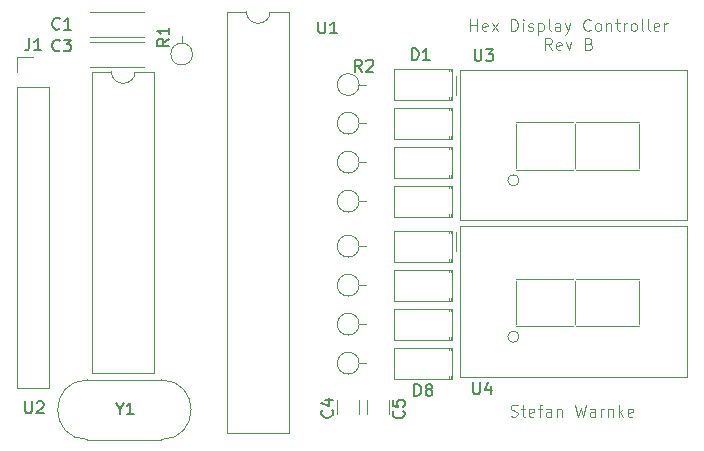
<source format=gbr>
%TF.GenerationSoftware,KiCad,Pcbnew,9.0.0*%
%TF.CreationDate,2025-06-26T09:06:52-07:00*%
%TF.ProjectId,HexDisplay,48657844-6973-4706-9c61-792e6b696361,A*%
%TF.SameCoordinates,Original*%
%TF.FileFunction,Legend,Top*%
%TF.FilePolarity,Positive*%
%FSLAX46Y46*%
G04 Gerber Fmt 4.6, Leading zero omitted, Abs format (unit mm)*
G04 Created by KiCad (PCBNEW 9.0.0) date 2025-06-26 09:06:52*
%MOMM*%
%LPD*%
G01*
G04 APERTURE LIST*
%ADD10C,0.100000*%
%ADD11C,0.150000*%
%ADD12C,0.120000*%
G04 APERTURE END LIST*
D10*
X116639065Y-80063400D02*
X116781922Y-80111019D01*
X116781922Y-80111019D02*
X117020017Y-80111019D01*
X117020017Y-80111019D02*
X117115255Y-80063400D01*
X117115255Y-80063400D02*
X117162874Y-80015780D01*
X117162874Y-80015780D02*
X117210493Y-79920542D01*
X117210493Y-79920542D02*
X117210493Y-79825304D01*
X117210493Y-79825304D02*
X117162874Y-79730066D01*
X117162874Y-79730066D02*
X117115255Y-79682447D01*
X117115255Y-79682447D02*
X117020017Y-79634828D01*
X117020017Y-79634828D02*
X116829541Y-79587209D01*
X116829541Y-79587209D02*
X116734303Y-79539590D01*
X116734303Y-79539590D02*
X116686684Y-79491971D01*
X116686684Y-79491971D02*
X116639065Y-79396733D01*
X116639065Y-79396733D02*
X116639065Y-79301495D01*
X116639065Y-79301495D02*
X116686684Y-79206257D01*
X116686684Y-79206257D02*
X116734303Y-79158638D01*
X116734303Y-79158638D02*
X116829541Y-79111019D01*
X116829541Y-79111019D02*
X117067636Y-79111019D01*
X117067636Y-79111019D02*
X117210493Y-79158638D01*
X117496208Y-79444352D02*
X117877160Y-79444352D01*
X117639065Y-79111019D02*
X117639065Y-79968161D01*
X117639065Y-79968161D02*
X117686684Y-80063400D01*
X117686684Y-80063400D02*
X117781922Y-80111019D01*
X117781922Y-80111019D02*
X117877160Y-80111019D01*
X118591446Y-80063400D02*
X118496208Y-80111019D01*
X118496208Y-80111019D02*
X118305732Y-80111019D01*
X118305732Y-80111019D02*
X118210494Y-80063400D01*
X118210494Y-80063400D02*
X118162875Y-79968161D01*
X118162875Y-79968161D02*
X118162875Y-79587209D01*
X118162875Y-79587209D02*
X118210494Y-79491971D01*
X118210494Y-79491971D02*
X118305732Y-79444352D01*
X118305732Y-79444352D02*
X118496208Y-79444352D01*
X118496208Y-79444352D02*
X118591446Y-79491971D01*
X118591446Y-79491971D02*
X118639065Y-79587209D01*
X118639065Y-79587209D02*
X118639065Y-79682447D01*
X118639065Y-79682447D02*
X118162875Y-79777685D01*
X118924780Y-79444352D02*
X119305732Y-79444352D01*
X119067637Y-80111019D02*
X119067637Y-79253876D01*
X119067637Y-79253876D02*
X119115256Y-79158638D01*
X119115256Y-79158638D02*
X119210494Y-79111019D01*
X119210494Y-79111019D02*
X119305732Y-79111019D01*
X120067637Y-80111019D02*
X120067637Y-79587209D01*
X120067637Y-79587209D02*
X120020018Y-79491971D01*
X120020018Y-79491971D02*
X119924780Y-79444352D01*
X119924780Y-79444352D02*
X119734304Y-79444352D01*
X119734304Y-79444352D02*
X119639066Y-79491971D01*
X120067637Y-80063400D02*
X119972399Y-80111019D01*
X119972399Y-80111019D02*
X119734304Y-80111019D01*
X119734304Y-80111019D02*
X119639066Y-80063400D01*
X119639066Y-80063400D02*
X119591447Y-79968161D01*
X119591447Y-79968161D02*
X119591447Y-79872923D01*
X119591447Y-79872923D02*
X119639066Y-79777685D01*
X119639066Y-79777685D02*
X119734304Y-79730066D01*
X119734304Y-79730066D02*
X119972399Y-79730066D01*
X119972399Y-79730066D02*
X120067637Y-79682447D01*
X120543828Y-79444352D02*
X120543828Y-80111019D01*
X120543828Y-79539590D02*
X120591447Y-79491971D01*
X120591447Y-79491971D02*
X120686685Y-79444352D01*
X120686685Y-79444352D02*
X120829542Y-79444352D01*
X120829542Y-79444352D02*
X120924780Y-79491971D01*
X120924780Y-79491971D02*
X120972399Y-79587209D01*
X120972399Y-79587209D02*
X120972399Y-80111019D01*
X122115257Y-79111019D02*
X122353352Y-80111019D01*
X122353352Y-80111019D02*
X122543828Y-79396733D01*
X122543828Y-79396733D02*
X122734304Y-80111019D01*
X122734304Y-80111019D02*
X122972400Y-79111019D01*
X123781923Y-80111019D02*
X123781923Y-79587209D01*
X123781923Y-79587209D02*
X123734304Y-79491971D01*
X123734304Y-79491971D02*
X123639066Y-79444352D01*
X123639066Y-79444352D02*
X123448590Y-79444352D01*
X123448590Y-79444352D02*
X123353352Y-79491971D01*
X123781923Y-80063400D02*
X123686685Y-80111019D01*
X123686685Y-80111019D02*
X123448590Y-80111019D01*
X123448590Y-80111019D02*
X123353352Y-80063400D01*
X123353352Y-80063400D02*
X123305733Y-79968161D01*
X123305733Y-79968161D02*
X123305733Y-79872923D01*
X123305733Y-79872923D02*
X123353352Y-79777685D01*
X123353352Y-79777685D02*
X123448590Y-79730066D01*
X123448590Y-79730066D02*
X123686685Y-79730066D01*
X123686685Y-79730066D02*
X123781923Y-79682447D01*
X124258114Y-80111019D02*
X124258114Y-79444352D01*
X124258114Y-79634828D02*
X124305733Y-79539590D01*
X124305733Y-79539590D02*
X124353352Y-79491971D01*
X124353352Y-79491971D02*
X124448590Y-79444352D01*
X124448590Y-79444352D02*
X124543828Y-79444352D01*
X124877162Y-79444352D02*
X124877162Y-80111019D01*
X124877162Y-79539590D02*
X124924781Y-79491971D01*
X124924781Y-79491971D02*
X125020019Y-79444352D01*
X125020019Y-79444352D02*
X125162876Y-79444352D01*
X125162876Y-79444352D02*
X125258114Y-79491971D01*
X125258114Y-79491971D02*
X125305733Y-79587209D01*
X125305733Y-79587209D02*
X125305733Y-80111019D01*
X125781924Y-80111019D02*
X125781924Y-79111019D01*
X125877162Y-79730066D02*
X126162876Y-80111019D01*
X126162876Y-79444352D02*
X125781924Y-79825304D01*
X126972400Y-80063400D02*
X126877162Y-80111019D01*
X126877162Y-80111019D02*
X126686686Y-80111019D01*
X126686686Y-80111019D02*
X126591448Y-80063400D01*
X126591448Y-80063400D02*
X126543829Y-79968161D01*
X126543829Y-79968161D02*
X126543829Y-79587209D01*
X126543829Y-79587209D02*
X126591448Y-79491971D01*
X126591448Y-79491971D02*
X126686686Y-79444352D01*
X126686686Y-79444352D02*
X126877162Y-79444352D01*
X126877162Y-79444352D02*
X126972400Y-79491971D01*
X126972400Y-79491971D02*
X127020019Y-79587209D01*
X127020019Y-79587209D02*
X127020019Y-79682447D01*
X127020019Y-79682447D02*
X126543829Y-79777685D01*
X113202484Y-47462275D02*
X113202484Y-46462275D01*
X113202484Y-46938465D02*
X113773912Y-46938465D01*
X113773912Y-47462275D02*
X113773912Y-46462275D01*
X114631055Y-47414656D02*
X114535817Y-47462275D01*
X114535817Y-47462275D02*
X114345341Y-47462275D01*
X114345341Y-47462275D02*
X114250103Y-47414656D01*
X114250103Y-47414656D02*
X114202484Y-47319417D01*
X114202484Y-47319417D02*
X114202484Y-46938465D01*
X114202484Y-46938465D02*
X114250103Y-46843227D01*
X114250103Y-46843227D02*
X114345341Y-46795608D01*
X114345341Y-46795608D02*
X114535817Y-46795608D01*
X114535817Y-46795608D02*
X114631055Y-46843227D01*
X114631055Y-46843227D02*
X114678674Y-46938465D01*
X114678674Y-46938465D02*
X114678674Y-47033703D01*
X114678674Y-47033703D02*
X114202484Y-47128941D01*
X115012008Y-47462275D02*
X115535817Y-46795608D01*
X115012008Y-46795608D02*
X115535817Y-47462275D01*
X116678675Y-47462275D02*
X116678675Y-46462275D01*
X116678675Y-46462275D02*
X116916770Y-46462275D01*
X116916770Y-46462275D02*
X117059627Y-46509894D01*
X117059627Y-46509894D02*
X117154865Y-46605132D01*
X117154865Y-46605132D02*
X117202484Y-46700370D01*
X117202484Y-46700370D02*
X117250103Y-46890846D01*
X117250103Y-46890846D02*
X117250103Y-47033703D01*
X117250103Y-47033703D02*
X117202484Y-47224179D01*
X117202484Y-47224179D02*
X117154865Y-47319417D01*
X117154865Y-47319417D02*
X117059627Y-47414656D01*
X117059627Y-47414656D02*
X116916770Y-47462275D01*
X116916770Y-47462275D02*
X116678675Y-47462275D01*
X117678675Y-47462275D02*
X117678675Y-46795608D01*
X117678675Y-46462275D02*
X117631056Y-46509894D01*
X117631056Y-46509894D02*
X117678675Y-46557513D01*
X117678675Y-46557513D02*
X117726294Y-46509894D01*
X117726294Y-46509894D02*
X117678675Y-46462275D01*
X117678675Y-46462275D02*
X117678675Y-46557513D01*
X118107246Y-47414656D02*
X118202484Y-47462275D01*
X118202484Y-47462275D02*
X118392960Y-47462275D01*
X118392960Y-47462275D02*
X118488198Y-47414656D01*
X118488198Y-47414656D02*
X118535817Y-47319417D01*
X118535817Y-47319417D02*
X118535817Y-47271798D01*
X118535817Y-47271798D02*
X118488198Y-47176560D01*
X118488198Y-47176560D02*
X118392960Y-47128941D01*
X118392960Y-47128941D02*
X118250103Y-47128941D01*
X118250103Y-47128941D02*
X118154865Y-47081322D01*
X118154865Y-47081322D02*
X118107246Y-46986084D01*
X118107246Y-46986084D02*
X118107246Y-46938465D01*
X118107246Y-46938465D02*
X118154865Y-46843227D01*
X118154865Y-46843227D02*
X118250103Y-46795608D01*
X118250103Y-46795608D02*
X118392960Y-46795608D01*
X118392960Y-46795608D02*
X118488198Y-46843227D01*
X118964389Y-46795608D02*
X118964389Y-47795608D01*
X118964389Y-46843227D02*
X119059627Y-46795608D01*
X119059627Y-46795608D02*
X119250103Y-46795608D01*
X119250103Y-46795608D02*
X119345341Y-46843227D01*
X119345341Y-46843227D02*
X119392960Y-46890846D01*
X119392960Y-46890846D02*
X119440579Y-46986084D01*
X119440579Y-46986084D02*
X119440579Y-47271798D01*
X119440579Y-47271798D02*
X119392960Y-47367036D01*
X119392960Y-47367036D02*
X119345341Y-47414656D01*
X119345341Y-47414656D02*
X119250103Y-47462275D01*
X119250103Y-47462275D02*
X119059627Y-47462275D01*
X119059627Y-47462275D02*
X118964389Y-47414656D01*
X120012008Y-47462275D02*
X119916770Y-47414656D01*
X119916770Y-47414656D02*
X119869151Y-47319417D01*
X119869151Y-47319417D02*
X119869151Y-46462275D01*
X120821532Y-47462275D02*
X120821532Y-46938465D01*
X120821532Y-46938465D02*
X120773913Y-46843227D01*
X120773913Y-46843227D02*
X120678675Y-46795608D01*
X120678675Y-46795608D02*
X120488199Y-46795608D01*
X120488199Y-46795608D02*
X120392961Y-46843227D01*
X120821532Y-47414656D02*
X120726294Y-47462275D01*
X120726294Y-47462275D02*
X120488199Y-47462275D01*
X120488199Y-47462275D02*
X120392961Y-47414656D01*
X120392961Y-47414656D02*
X120345342Y-47319417D01*
X120345342Y-47319417D02*
X120345342Y-47224179D01*
X120345342Y-47224179D02*
X120392961Y-47128941D01*
X120392961Y-47128941D02*
X120488199Y-47081322D01*
X120488199Y-47081322D02*
X120726294Y-47081322D01*
X120726294Y-47081322D02*
X120821532Y-47033703D01*
X121202485Y-46795608D02*
X121440580Y-47462275D01*
X121678675Y-46795608D02*
X121440580Y-47462275D01*
X121440580Y-47462275D02*
X121345342Y-47700370D01*
X121345342Y-47700370D02*
X121297723Y-47747989D01*
X121297723Y-47747989D02*
X121202485Y-47795608D01*
X123392961Y-47367036D02*
X123345342Y-47414656D01*
X123345342Y-47414656D02*
X123202485Y-47462275D01*
X123202485Y-47462275D02*
X123107247Y-47462275D01*
X123107247Y-47462275D02*
X122964390Y-47414656D01*
X122964390Y-47414656D02*
X122869152Y-47319417D01*
X122869152Y-47319417D02*
X122821533Y-47224179D01*
X122821533Y-47224179D02*
X122773914Y-47033703D01*
X122773914Y-47033703D02*
X122773914Y-46890846D01*
X122773914Y-46890846D02*
X122821533Y-46700370D01*
X122821533Y-46700370D02*
X122869152Y-46605132D01*
X122869152Y-46605132D02*
X122964390Y-46509894D01*
X122964390Y-46509894D02*
X123107247Y-46462275D01*
X123107247Y-46462275D02*
X123202485Y-46462275D01*
X123202485Y-46462275D02*
X123345342Y-46509894D01*
X123345342Y-46509894D02*
X123392961Y-46557513D01*
X123964390Y-47462275D02*
X123869152Y-47414656D01*
X123869152Y-47414656D02*
X123821533Y-47367036D01*
X123821533Y-47367036D02*
X123773914Y-47271798D01*
X123773914Y-47271798D02*
X123773914Y-46986084D01*
X123773914Y-46986084D02*
X123821533Y-46890846D01*
X123821533Y-46890846D02*
X123869152Y-46843227D01*
X123869152Y-46843227D02*
X123964390Y-46795608D01*
X123964390Y-46795608D02*
X124107247Y-46795608D01*
X124107247Y-46795608D02*
X124202485Y-46843227D01*
X124202485Y-46843227D02*
X124250104Y-46890846D01*
X124250104Y-46890846D02*
X124297723Y-46986084D01*
X124297723Y-46986084D02*
X124297723Y-47271798D01*
X124297723Y-47271798D02*
X124250104Y-47367036D01*
X124250104Y-47367036D02*
X124202485Y-47414656D01*
X124202485Y-47414656D02*
X124107247Y-47462275D01*
X124107247Y-47462275D02*
X123964390Y-47462275D01*
X124726295Y-46795608D02*
X124726295Y-47462275D01*
X124726295Y-46890846D02*
X124773914Y-46843227D01*
X124773914Y-46843227D02*
X124869152Y-46795608D01*
X124869152Y-46795608D02*
X125012009Y-46795608D01*
X125012009Y-46795608D02*
X125107247Y-46843227D01*
X125107247Y-46843227D02*
X125154866Y-46938465D01*
X125154866Y-46938465D02*
X125154866Y-47462275D01*
X125488200Y-46795608D02*
X125869152Y-46795608D01*
X125631057Y-46462275D02*
X125631057Y-47319417D01*
X125631057Y-47319417D02*
X125678676Y-47414656D01*
X125678676Y-47414656D02*
X125773914Y-47462275D01*
X125773914Y-47462275D02*
X125869152Y-47462275D01*
X126202486Y-47462275D02*
X126202486Y-46795608D01*
X126202486Y-46986084D02*
X126250105Y-46890846D01*
X126250105Y-46890846D02*
X126297724Y-46843227D01*
X126297724Y-46843227D02*
X126392962Y-46795608D01*
X126392962Y-46795608D02*
X126488200Y-46795608D01*
X126964391Y-47462275D02*
X126869153Y-47414656D01*
X126869153Y-47414656D02*
X126821534Y-47367036D01*
X126821534Y-47367036D02*
X126773915Y-47271798D01*
X126773915Y-47271798D02*
X126773915Y-46986084D01*
X126773915Y-46986084D02*
X126821534Y-46890846D01*
X126821534Y-46890846D02*
X126869153Y-46843227D01*
X126869153Y-46843227D02*
X126964391Y-46795608D01*
X126964391Y-46795608D02*
X127107248Y-46795608D01*
X127107248Y-46795608D02*
X127202486Y-46843227D01*
X127202486Y-46843227D02*
X127250105Y-46890846D01*
X127250105Y-46890846D02*
X127297724Y-46986084D01*
X127297724Y-46986084D02*
X127297724Y-47271798D01*
X127297724Y-47271798D02*
X127250105Y-47367036D01*
X127250105Y-47367036D02*
X127202486Y-47414656D01*
X127202486Y-47414656D02*
X127107248Y-47462275D01*
X127107248Y-47462275D02*
X126964391Y-47462275D01*
X127869153Y-47462275D02*
X127773915Y-47414656D01*
X127773915Y-47414656D02*
X127726296Y-47319417D01*
X127726296Y-47319417D02*
X127726296Y-46462275D01*
X128392963Y-47462275D02*
X128297725Y-47414656D01*
X128297725Y-47414656D02*
X128250106Y-47319417D01*
X128250106Y-47319417D02*
X128250106Y-46462275D01*
X129154868Y-47414656D02*
X129059630Y-47462275D01*
X129059630Y-47462275D02*
X128869154Y-47462275D01*
X128869154Y-47462275D02*
X128773916Y-47414656D01*
X128773916Y-47414656D02*
X128726297Y-47319417D01*
X128726297Y-47319417D02*
X128726297Y-46938465D01*
X128726297Y-46938465D02*
X128773916Y-46843227D01*
X128773916Y-46843227D02*
X128869154Y-46795608D01*
X128869154Y-46795608D02*
X129059630Y-46795608D01*
X129059630Y-46795608D02*
X129154868Y-46843227D01*
X129154868Y-46843227D02*
X129202487Y-46938465D01*
X129202487Y-46938465D02*
X129202487Y-47033703D01*
X129202487Y-47033703D02*
X128726297Y-47128941D01*
X129631059Y-47462275D02*
X129631059Y-46795608D01*
X129631059Y-46986084D02*
X129678678Y-46890846D01*
X129678678Y-46890846D02*
X129726297Y-46843227D01*
X129726297Y-46843227D02*
X129821535Y-46795608D01*
X129821535Y-46795608D02*
X129916773Y-46795608D01*
X120107247Y-49072219D02*
X119773914Y-48596028D01*
X119535819Y-49072219D02*
X119535819Y-48072219D01*
X119535819Y-48072219D02*
X119916771Y-48072219D01*
X119916771Y-48072219D02*
X120012009Y-48119838D01*
X120012009Y-48119838D02*
X120059628Y-48167457D01*
X120059628Y-48167457D02*
X120107247Y-48262695D01*
X120107247Y-48262695D02*
X120107247Y-48405552D01*
X120107247Y-48405552D02*
X120059628Y-48500790D01*
X120059628Y-48500790D02*
X120012009Y-48548409D01*
X120012009Y-48548409D02*
X119916771Y-48596028D01*
X119916771Y-48596028D02*
X119535819Y-48596028D01*
X120916771Y-49024600D02*
X120821533Y-49072219D01*
X120821533Y-49072219D02*
X120631057Y-49072219D01*
X120631057Y-49072219D02*
X120535819Y-49024600D01*
X120535819Y-49024600D02*
X120488200Y-48929361D01*
X120488200Y-48929361D02*
X120488200Y-48548409D01*
X120488200Y-48548409D02*
X120535819Y-48453171D01*
X120535819Y-48453171D02*
X120631057Y-48405552D01*
X120631057Y-48405552D02*
X120821533Y-48405552D01*
X120821533Y-48405552D02*
X120916771Y-48453171D01*
X120916771Y-48453171D02*
X120964390Y-48548409D01*
X120964390Y-48548409D02*
X120964390Y-48643647D01*
X120964390Y-48643647D02*
X120488200Y-48738885D01*
X121297724Y-48405552D02*
X121535819Y-49072219D01*
X121535819Y-49072219D02*
X121773914Y-48405552D01*
X123250105Y-48548409D02*
X123392962Y-48596028D01*
X123392962Y-48596028D02*
X123440581Y-48643647D01*
X123440581Y-48643647D02*
X123488200Y-48738885D01*
X123488200Y-48738885D02*
X123488200Y-48881742D01*
X123488200Y-48881742D02*
X123440581Y-48976980D01*
X123440581Y-48976980D02*
X123392962Y-49024600D01*
X123392962Y-49024600D02*
X123297724Y-49072219D01*
X123297724Y-49072219D02*
X122916772Y-49072219D01*
X122916772Y-49072219D02*
X122916772Y-48072219D01*
X122916772Y-48072219D02*
X123250105Y-48072219D01*
X123250105Y-48072219D02*
X123345343Y-48119838D01*
X123345343Y-48119838D02*
X123392962Y-48167457D01*
X123392962Y-48167457D02*
X123440581Y-48262695D01*
X123440581Y-48262695D02*
X123440581Y-48357933D01*
X123440581Y-48357933D02*
X123392962Y-48453171D01*
X123392962Y-48453171D02*
X123345343Y-48500790D01*
X123345343Y-48500790D02*
X123250105Y-48548409D01*
X123250105Y-48548409D02*
X122916772Y-48548409D01*
D11*
X100355495Y-46673419D02*
X100355495Y-47482942D01*
X100355495Y-47482942D02*
X100403114Y-47578180D01*
X100403114Y-47578180D02*
X100450733Y-47625800D01*
X100450733Y-47625800D02*
X100545971Y-47673419D01*
X100545971Y-47673419D02*
X100736447Y-47673419D01*
X100736447Y-47673419D02*
X100831685Y-47625800D01*
X100831685Y-47625800D02*
X100879304Y-47578180D01*
X100879304Y-47578180D02*
X100926923Y-47482942D01*
X100926923Y-47482942D02*
X100926923Y-46673419D01*
X101926923Y-47673419D02*
X101355495Y-47673419D01*
X101641209Y-47673419D02*
X101641209Y-46673419D01*
X101641209Y-46673419D02*
X101545971Y-46816276D01*
X101545971Y-46816276D02*
X101450733Y-46911514D01*
X101450733Y-46911514D02*
X101355495Y-46959133D01*
X108253305Y-49934019D02*
X108253305Y-48934019D01*
X108253305Y-48934019D02*
X108491400Y-48934019D01*
X108491400Y-48934019D02*
X108634257Y-48981638D01*
X108634257Y-48981638D02*
X108729495Y-49076876D01*
X108729495Y-49076876D02*
X108777114Y-49172114D01*
X108777114Y-49172114D02*
X108824733Y-49362590D01*
X108824733Y-49362590D02*
X108824733Y-49505447D01*
X108824733Y-49505447D02*
X108777114Y-49695923D01*
X108777114Y-49695923D02*
X108729495Y-49791161D01*
X108729495Y-49791161D02*
X108634257Y-49886400D01*
X108634257Y-49886400D02*
X108491400Y-49934019D01*
X108491400Y-49934019D02*
X108253305Y-49934019D01*
X109777114Y-49934019D02*
X109205686Y-49934019D01*
X109491400Y-49934019D02*
X109491400Y-48934019D01*
X109491400Y-48934019D02*
X109396162Y-49076876D01*
X109396162Y-49076876D02*
X109300924Y-49172114D01*
X109300924Y-49172114D02*
X109205686Y-49219733D01*
X78446333Y-49102180D02*
X78398714Y-49149800D01*
X78398714Y-49149800D02*
X78255857Y-49197419D01*
X78255857Y-49197419D02*
X78160619Y-49197419D01*
X78160619Y-49197419D02*
X78017762Y-49149800D01*
X78017762Y-49149800D02*
X77922524Y-49054561D01*
X77922524Y-49054561D02*
X77874905Y-48959323D01*
X77874905Y-48959323D02*
X77827286Y-48768847D01*
X77827286Y-48768847D02*
X77827286Y-48625990D01*
X77827286Y-48625990D02*
X77874905Y-48435514D01*
X77874905Y-48435514D02*
X77922524Y-48340276D01*
X77922524Y-48340276D02*
X78017762Y-48245038D01*
X78017762Y-48245038D02*
X78160619Y-48197419D01*
X78160619Y-48197419D02*
X78255857Y-48197419D01*
X78255857Y-48197419D02*
X78398714Y-48245038D01*
X78398714Y-48245038D02*
X78446333Y-48292657D01*
X78779667Y-48197419D02*
X79398714Y-48197419D01*
X79398714Y-48197419D02*
X79065381Y-48578371D01*
X79065381Y-48578371D02*
X79208238Y-48578371D01*
X79208238Y-48578371D02*
X79303476Y-48625990D01*
X79303476Y-48625990D02*
X79351095Y-48673609D01*
X79351095Y-48673609D02*
X79398714Y-48768847D01*
X79398714Y-48768847D02*
X79398714Y-49006942D01*
X79398714Y-49006942D02*
X79351095Y-49102180D01*
X79351095Y-49102180D02*
X79303476Y-49149800D01*
X79303476Y-49149800D02*
X79208238Y-49197419D01*
X79208238Y-49197419D02*
X78922524Y-49197419D01*
X78922524Y-49197419D02*
X78827286Y-49149800D01*
X78827286Y-49149800D02*
X78779667Y-49102180D01*
X113568095Y-49007219D02*
X113568095Y-49816742D01*
X113568095Y-49816742D02*
X113615714Y-49911980D01*
X113615714Y-49911980D02*
X113663333Y-49959600D01*
X113663333Y-49959600D02*
X113758571Y-50007219D01*
X113758571Y-50007219D02*
X113949047Y-50007219D01*
X113949047Y-50007219D02*
X114044285Y-49959600D01*
X114044285Y-49959600D02*
X114091904Y-49911980D01*
X114091904Y-49911980D02*
X114139523Y-49816742D01*
X114139523Y-49816742D02*
X114139523Y-49007219D01*
X114520476Y-49007219D02*
X115139523Y-49007219D01*
X115139523Y-49007219D02*
X114806190Y-49388171D01*
X114806190Y-49388171D02*
X114949047Y-49388171D01*
X114949047Y-49388171D02*
X115044285Y-49435790D01*
X115044285Y-49435790D02*
X115091904Y-49483409D01*
X115091904Y-49483409D02*
X115139523Y-49578647D01*
X115139523Y-49578647D02*
X115139523Y-49816742D01*
X115139523Y-49816742D02*
X115091904Y-49911980D01*
X115091904Y-49911980D02*
X115044285Y-49959600D01*
X115044285Y-49959600D02*
X114949047Y-50007219D01*
X114949047Y-50007219D02*
X114663333Y-50007219D01*
X114663333Y-50007219D02*
X114568095Y-49959600D01*
X114568095Y-49959600D02*
X114520476Y-49911980D01*
X78446333Y-47247980D02*
X78398714Y-47295600D01*
X78398714Y-47295600D02*
X78255857Y-47343219D01*
X78255857Y-47343219D02*
X78160619Y-47343219D01*
X78160619Y-47343219D02*
X78017762Y-47295600D01*
X78017762Y-47295600D02*
X77922524Y-47200361D01*
X77922524Y-47200361D02*
X77874905Y-47105123D01*
X77874905Y-47105123D02*
X77827286Y-46914647D01*
X77827286Y-46914647D02*
X77827286Y-46771790D01*
X77827286Y-46771790D02*
X77874905Y-46581314D01*
X77874905Y-46581314D02*
X77922524Y-46486076D01*
X77922524Y-46486076D02*
X78017762Y-46390838D01*
X78017762Y-46390838D02*
X78160619Y-46343219D01*
X78160619Y-46343219D02*
X78255857Y-46343219D01*
X78255857Y-46343219D02*
X78398714Y-46390838D01*
X78398714Y-46390838D02*
X78446333Y-46438457D01*
X79398714Y-47343219D02*
X78827286Y-47343219D01*
X79113000Y-47343219D02*
X79113000Y-46343219D01*
X79113000Y-46343219D02*
X79017762Y-46486076D01*
X79017762Y-46486076D02*
X78922524Y-46581314D01*
X78922524Y-46581314D02*
X78827286Y-46628933D01*
X83521609Y-79455228D02*
X83521609Y-79931419D01*
X83188276Y-78931419D02*
X83521609Y-79455228D01*
X83521609Y-79455228D02*
X83854942Y-78931419D01*
X84712085Y-79931419D02*
X84140657Y-79931419D01*
X84426371Y-79931419D02*
X84426371Y-78931419D01*
X84426371Y-78931419D02*
X84331133Y-79074276D01*
X84331133Y-79074276D02*
X84235895Y-79169514D01*
X84235895Y-79169514D02*
X84140657Y-79217133D01*
X104024133Y-50899219D02*
X103690800Y-50423028D01*
X103452705Y-50899219D02*
X103452705Y-49899219D01*
X103452705Y-49899219D02*
X103833657Y-49899219D01*
X103833657Y-49899219D02*
X103928895Y-49946838D01*
X103928895Y-49946838D02*
X103976514Y-49994457D01*
X103976514Y-49994457D02*
X104024133Y-50089695D01*
X104024133Y-50089695D02*
X104024133Y-50232552D01*
X104024133Y-50232552D02*
X103976514Y-50327790D01*
X103976514Y-50327790D02*
X103928895Y-50375409D01*
X103928895Y-50375409D02*
X103833657Y-50423028D01*
X103833657Y-50423028D02*
X103452705Y-50423028D01*
X104405086Y-49994457D02*
X104452705Y-49946838D01*
X104452705Y-49946838D02*
X104547943Y-49899219D01*
X104547943Y-49899219D02*
X104786038Y-49899219D01*
X104786038Y-49899219D02*
X104881276Y-49946838D01*
X104881276Y-49946838D02*
X104928895Y-49994457D01*
X104928895Y-49994457D02*
X104976514Y-50089695D01*
X104976514Y-50089695D02*
X104976514Y-50184933D01*
X104976514Y-50184933D02*
X104928895Y-50327790D01*
X104928895Y-50327790D02*
X104357467Y-50899219D01*
X104357467Y-50899219D02*
X104976514Y-50899219D01*
X107547580Y-79643266D02*
X107595200Y-79690885D01*
X107595200Y-79690885D02*
X107642819Y-79833742D01*
X107642819Y-79833742D02*
X107642819Y-79928980D01*
X107642819Y-79928980D02*
X107595200Y-80071837D01*
X107595200Y-80071837D02*
X107499961Y-80167075D01*
X107499961Y-80167075D02*
X107404723Y-80214694D01*
X107404723Y-80214694D02*
X107214247Y-80262313D01*
X107214247Y-80262313D02*
X107071390Y-80262313D01*
X107071390Y-80262313D02*
X106880914Y-80214694D01*
X106880914Y-80214694D02*
X106785676Y-80167075D01*
X106785676Y-80167075D02*
X106690438Y-80071837D01*
X106690438Y-80071837D02*
X106642819Y-79928980D01*
X106642819Y-79928980D02*
X106642819Y-79833742D01*
X106642819Y-79833742D02*
X106690438Y-79690885D01*
X106690438Y-79690885D02*
X106738057Y-79643266D01*
X106642819Y-78738504D02*
X106642819Y-79214694D01*
X106642819Y-79214694D02*
X107119009Y-79262313D01*
X107119009Y-79262313D02*
X107071390Y-79214694D01*
X107071390Y-79214694D02*
X107023771Y-79119456D01*
X107023771Y-79119456D02*
X107023771Y-78881361D01*
X107023771Y-78881361D02*
X107071390Y-78786123D01*
X107071390Y-78786123D02*
X107119009Y-78738504D01*
X107119009Y-78738504D02*
X107214247Y-78690885D01*
X107214247Y-78690885D02*
X107452342Y-78690885D01*
X107452342Y-78690885D02*
X107547580Y-78738504D01*
X107547580Y-78738504D02*
X107595200Y-78786123D01*
X107595200Y-78786123D02*
X107642819Y-78881361D01*
X107642819Y-78881361D02*
X107642819Y-79119456D01*
X107642819Y-79119456D02*
X107595200Y-79214694D01*
X107595200Y-79214694D02*
X107547580Y-79262313D01*
X87703819Y-48121866D02*
X87227628Y-48455199D01*
X87703819Y-48693294D02*
X86703819Y-48693294D01*
X86703819Y-48693294D02*
X86703819Y-48312342D01*
X86703819Y-48312342D02*
X86751438Y-48217104D01*
X86751438Y-48217104D02*
X86799057Y-48169485D01*
X86799057Y-48169485D02*
X86894295Y-48121866D01*
X86894295Y-48121866D02*
X87037152Y-48121866D01*
X87037152Y-48121866D02*
X87132390Y-48169485D01*
X87132390Y-48169485D02*
X87180009Y-48217104D01*
X87180009Y-48217104D02*
X87227628Y-48312342D01*
X87227628Y-48312342D02*
X87227628Y-48693294D01*
X87703819Y-47169485D02*
X87703819Y-47740913D01*
X87703819Y-47455199D02*
X86703819Y-47455199D01*
X86703819Y-47455199D02*
X86846676Y-47550437D01*
X86846676Y-47550437D02*
X86941914Y-47645675D01*
X86941914Y-47645675D02*
X86989533Y-47740913D01*
X75866666Y-48077219D02*
X75866666Y-48791504D01*
X75866666Y-48791504D02*
X75819047Y-48934361D01*
X75819047Y-48934361D02*
X75723809Y-49029600D01*
X75723809Y-49029600D02*
X75580952Y-49077219D01*
X75580952Y-49077219D02*
X75485714Y-49077219D01*
X76866666Y-49077219D02*
X76295238Y-49077219D01*
X76580952Y-49077219D02*
X76580952Y-48077219D01*
X76580952Y-48077219D02*
X76485714Y-48220076D01*
X76485714Y-48220076D02*
X76390476Y-48315314D01*
X76390476Y-48315314D02*
X76295238Y-48362933D01*
X108481905Y-78355219D02*
X108481905Y-77355219D01*
X108481905Y-77355219D02*
X108720000Y-77355219D01*
X108720000Y-77355219D02*
X108862857Y-77402838D01*
X108862857Y-77402838D02*
X108958095Y-77498076D01*
X108958095Y-77498076D02*
X109005714Y-77593314D01*
X109005714Y-77593314D02*
X109053333Y-77783790D01*
X109053333Y-77783790D02*
X109053333Y-77926647D01*
X109053333Y-77926647D02*
X109005714Y-78117123D01*
X109005714Y-78117123D02*
X108958095Y-78212361D01*
X108958095Y-78212361D02*
X108862857Y-78307600D01*
X108862857Y-78307600D02*
X108720000Y-78355219D01*
X108720000Y-78355219D02*
X108481905Y-78355219D01*
X109624762Y-77783790D02*
X109529524Y-77736171D01*
X109529524Y-77736171D02*
X109481905Y-77688552D01*
X109481905Y-77688552D02*
X109434286Y-77593314D01*
X109434286Y-77593314D02*
X109434286Y-77545695D01*
X109434286Y-77545695D02*
X109481905Y-77450457D01*
X109481905Y-77450457D02*
X109529524Y-77402838D01*
X109529524Y-77402838D02*
X109624762Y-77355219D01*
X109624762Y-77355219D02*
X109815238Y-77355219D01*
X109815238Y-77355219D02*
X109910476Y-77402838D01*
X109910476Y-77402838D02*
X109958095Y-77450457D01*
X109958095Y-77450457D02*
X110005714Y-77545695D01*
X110005714Y-77545695D02*
X110005714Y-77593314D01*
X110005714Y-77593314D02*
X109958095Y-77688552D01*
X109958095Y-77688552D02*
X109910476Y-77736171D01*
X109910476Y-77736171D02*
X109815238Y-77783790D01*
X109815238Y-77783790D02*
X109624762Y-77783790D01*
X109624762Y-77783790D02*
X109529524Y-77831409D01*
X109529524Y-77831409D02*
X109481905Y-77879028D01*
X109481905Y-77879028D02*
X109434286Y-77974266D01*
X109434286Y-77974266D02*
X109434286Y-78164742D01*
X109434286Y-78164742D02*
X109481905Y-78259980D01*
X109481905Y-78259980D02*
X109529524Y-78307600D01*
X109529524Y-78307600D02*
X109624762Y-78355219D01*
X109624762Y-78355219D02*
X109815238Y-78355219D01*
X109815238Y-78355219D02*
X109910476Y-78307600D01*
X109910476Y-78307600D02*
X109958095Y-78259980D01*
X109958095Y-78259980D02*
X110005714Y-78164742D01*
X110005714Y-78164742D02*
X110005714Y-77974266D01*
X110005714Y-77974266D02*
X109958095Y-77879028D01*
X109958095Y-77879028D02*
X109910476Y-77831409D01*
X109910476Y-77831409D02*
X109815238Y-77783790D01*
X101502380Y-79567066D02*
X101550000Y-79614685D01*
X101550000Y-79614685D02*
X101597619Y-79757542D01*
X101597619Y-79757542D02*
X101597619Y-79852780D01*
X101597619Y-79852780D02*
X101550000Y-79995637D01*
X101550000Y-79995637D02*
X101454761Y-80090875D01*
X101454761Y-80090875D02*
X101359523Y-80138494D01*
X101359523Y-80138494D02*
X101169047Y-80186113D01*
X101169047Y-80186113D02*
X101026190Y-80186113D01*
X101026190Y-80186113D02*
X100835714Y-80138494D01*
X100835714Y-80138494D02*
X100740476Y-80090875D01*
X100740476Y-80090875D02*
X100645238Y-79995637D01*
X100645238Y-79995637D02*
X100597619Y-79852780D01*
X100597619Y-79852780D02*
X100597619Y-79757542D01*
X100597619Y-79757542D02*
X100645238Y-79614685D01*
X100645238Y-79614685D02*
X100692857Y-79567066D01*
X100930952Y-78709923D02*
X101597619Y-78709923D01*
X100550000Y-78948018D02*
X101264285Y-79186113D01*
X101264285Y-79186113D02*
X101264285Y-78567066D01*
X75514295Y-78829819D02*
X75514295Y-79639342D01*
X75514295Y-79639342D02*
X75561914Y-79734580D01*
X75561914Y-79734580D02*
X75609533Y-79782200D01*
X75609533Y-79782200D02*
X75704771Y-79829819D01*
X75704771Y-79829819D02*
X75895247Y-79829819D01*
X75895247Y-79829819D02*
X75990485Y-79782200D01*
X75990485Y-79782200D02*
X76038104Y-79734580D01*
X76038104Y-79734580D02*
X76085723Y-79639342D01*
X76085723Y-79639342D02*
X76085723Y-78829819D01*
X76514295Y-78925057D02*
X76561914Y-78877438D01*
X76561914Y-78877438D02*
X76657152Y-78829819D01*
X76657152Y-78829819D02*
X76895247Y-78829819D01*
X76895247Y-78829819D02*
X76990485Y-78877438D01*
X76990485Y-78877438D02*
X77038104Y-78925057D01*
X77038104Y-78925057D02*
X77085723Y-79020295D01*
X77085723Y-79020295D02*
X77085723Y-79115533D01*
X77085723Y-79115533D02*
X77038104Y-79258390D01*
X77038104Y-79258390D02*
X76466676Y-79829819D01*
X76466676Y-79829819D02*
X77085723Y-79829819D01*
X113461895Y-77204219D02*
X113461895Y-78013742D01*
X113461895Y-78013742D02*
X113509514Y-78108980D01*
X113509514Y-78108980D02*
X113557133Y-78156600D01*
X113557133Y-78156600D02*
X113652371Y-78204219D01*
X113652371Y-78204219D02*
X113842847Y-78204219D01*
X113842847Y-78204219D02*
X113938085Y-78156600D01*
X113938085Y-78156600D02*
X113985704Y-78108980D01*
X113985704Y-78108980D02*
X114033323Y-78013742D01*
X114033323Y-78013742D02*
X114033323Y-77204219D01*
X114938085Y-77537552D02*
X114938085Y-78204219D01*
X114699990Y-77156600D02*
X114461895Y-77870885D01*
X114461895Y-77870885D02*
X115080942Y-77870885D01*
D12*
%TO.C,R9*%
X103790000Y-75590400D02*
X104410000Y-75590400D01*
X103790000Y-75590400D02*
G75*
G02*
X101950000Y-75590400I-920000J0D01*
G01*
X101950000Y-75590400D02*
G75*
G02*
X103790000Y-75590400I920000J0D01*
G01*
%TO.C,D7*%
X106760000Y-73598400D02*
X106760000Y-70978400D01*
X111440000Y-71208400D02*
X111440000Y-70978400D01*
X111440000Y-73598400D02*
X111440000Y-73368400D01*
X111560000Y-71208400D02*
X111560000Y-70978400D01*
X111560000Y-73598400D02*
X111560000Y-73368400D01*
X111680000Y-70978400D02*
X106760000Y-70978400D01*
X111680000Y-73598400D02*
X106760000Y-73598400D01*
X111680000Y-73598400D02*
X111680000Y-70978400D01*
%TO.C,D4*%
X106760000Y-63184400D02*
X106760000Y-60564400D01*
X111440000Y-60794400D02*
X111440000Y-60564400D01*
X111440000Y-63184400D02*
X111440000Y-62954400D01*
X111560000Y-60794400D02*
X111560000Y-60564400D01*
X111560000Y-63184400D02*
X111560000Y-62954400D01*
X111680000Y-60564400D02*
X106760000Y-60564400D01*
X111680000Y-63184400D02*
X106760000Y-63184400D01*
X111680000Y-63184400D02*
X111680000Y-60564400D01*
%TO.C,U1*%
X92600000Y-45812400D02*
X92600000Y-81492400D01*
X92600000Y-81492400D02*
X97900000Y-81492400D01*
X94250000Y-45812400D02*
X92600000Y-45812400D01*
X97900000Y-45812400D02*
X96250000Y-45812400D01*
X97900000Y-81492400D02*
X97900000Y-45812400D01*
X96250000Y-45812400D02*
G75*
G02*
X94250000Y-45812400I-1000000J0D01*
G01*
%TO.C,D1*%
X106760000Y-53278400D02*
X106760000Y-50658400D01*
X111440000Y-50888400D02*
X111440000Y-50658400D01*
X111440000Y-53278400D02*
X111440000Y-53048400D01*
X111560000Y-50888400D02*
X111560000Y-50658400D01*
X111560000Y-53278400D02*
X111560000Y-53048400D01*
X111680000Y-50658400D02*
X106760000Y-50658400D01*
X111680000Y-53278400D02*
X106760000Y-53278400D01*
X111680000Y-53278400D02*
X111680000Y-50658400D01*
%TO.C,C3*%
X81000000Y-45867400D02*
X81000000Y-45852400D01*
X81000000Y-47992400D02*
X81000000Y-47977400D01*
X85540000Y-45852400D02*
X81000000Y-45852400D01*
X85540000Y-45867400D02*
X85540000Y-45852400D01*
X85540000Y-47992400D02*
X81000000Y-47992400D01*
X85540000Y-47992400D02*
X85540000Y-47977400D01*
%TO.C,D6*%
X106760000Y-70296400D02*
X106760000Y-67676400D01*
X111440000Y-67906400D02*
X111440000Y-67676400D01*
X111440000Y-70296400D02*
X111440000Y-70066400D01*
X111560000Y-67906400D02*
X111560000Y-67676400D01*
X111560000Y-70296400D02*
X111560000Y-70066400D01*
X111680000Y-67676400D02*
X106760000Y-67676400D01*
X111680000Y-70296400D02*
X106760000Y-70296400D01*
X111680000Y-70296400D02*
X111680000Y-67676400D01*
%TO.C,D3*%
X106760000Y-59882400D02*
X106760000Y-57262400D01*
X111440000Y-57492400D02*
X111440000Y-57262400D01*
X111440000Y-59882400D02*
X111440000Y-59652400D01*
X111560000Y-57492400D02*
X111560000Y-57262400D01*
X111560000Y-59882400D02*
X111560000Y-59652400D01*
X111680000Y-57262400D02*
X106760000Y-57262400D01*
X111680000Y-59882400D02*
X106760000Y-59882400D01*
X111680000Y-59882400D02*
X111680000Y-57262400D01*
%TO.C,U3*%
X111960000Y-51232400D02*
X111960000Y-52842400D01*
X112310000Y-50752400D02*
X112310000Y-63472400D01*
X117043800Y-55369600D02*
X117043800Y-59052600D01*
X121946000Y-55191800D02*
X117043800Y-55191800D01*
X121946000Y-59230400D02*
X117043800Y-59230400D01*
X122047600Y-55369600D02*
X122047600Y-59052600D01*
X127483200Y-55191800D02*
X122123800Y-55191800D01*
X127483200Y-59230400D02*
X122123800Y-59230400D01*
X127508600Y-55369600D02*
X127508600Y-59052600D01*
X131530000Y-50752400D02*
X112310000Y-50752400D01*
X131530000Y-50752400D02*
X131530000Y-63472400D01*
X131530000Y-63472400D02*
X112310000Y-63472400D01*
X117330000Y-60102400D02*
G75*
G02*
X116385066Y-60102400I-472467J0D01*
G01*
X116385066Y-60102400D02*
G75*
G02*
X117330000Y-60102400I472467J0D01*
G01*
%TO.C,C1*%
X81000000Y-48352400D02*
X81000000Y-48367400D01*
X81000000Y-48352400D02*
X85540000Y-48352400D01*
X81000000Y-50477400D02*
X81000000Y-50492400D01*
X81000000Y-50492400D02*
X85540000Y-50492400D01*
X85540000Y-48352400D02*
X85540000Y-48367400D01*
X85540000Y-50477400D02*
X85540000Y-50492400D01*
%TO.C,Y1*%
X87045000Y-77002400D02*
X80795000Y-77002400D01*
X87045000Y-82052400D02*
X80795000Y-82052400D01*
X80795000Y-82052400D02*
G75*
G02*
X80795000Y-77002400I0J2525000D01*
G01*
X87045000Y-77002400D02*
G75*
G02*
X87045000Y-82052400I0J-2525000D01*
G01*
%TO.C,R2*%
X103790000Y-51998400D02*
X104410000Y-51998400D01*
X103790000Y-51998400D02*
G75*
G02*
X101950000Y-51998400I-920000J0D01*
G01*
X101950000Y-51998400D02*
G75*
G02*
X103790000Y-51998400I920000J0D01*
G01*
%TO.C,D2*%
X106760000Y-56580400D02*
X106760000Y-53960400D01*
X111440000Y-54190400D02*
X111440000Y-53960400D01*
X111440000Y-56580400D02*
X111440000Y-56350400D01*
X111560000Y-54190400D02*
X111560000Y-53960400D01*
X111560000Y-56580400D02*
X111560000Y-56350400D01*
X111680000Y-53960400D02*
X106760000Y-53960400D01*
X111680000Y-56580400D02*
X106760000Y-56580400D01*
X111680000Y-56580400D02*
X111680000Y-53960400D01*
%TO.C,R8*%
X103790000Y-72288400D02*
X104410000Y-72288400D01*
X103790000Y-72288400D02*
G75*
G02*
X101950000Y-72288400I-920000J0D01*
G01*
X101950000Y-72288400D02*
G75*
G02*
X103790000Y-72288400I920000J0D01*
G01*
%TO.C,C5*%
X104490000Y-79922400D02*
X104490000Y-78664400D01*
X106330000Y-79922400D02*
X106330000Y-78664400D01*
%TO.C,R1*%
X88770000Y-48502400D02*
X88770000Y-47882400D01*
X89690000Y-49422400D02*
G75*
G02*
X87850000Y-49422400I-920000J0D01*
G01*
X87850000Y-49422400D02*
G75*
G02*
X89690000Y-49422400I920000J0D01*
G01*
%TO.C,J1*%
X74870000Y-49622400D02*
X76200000Y-49622400D01*
X74870000Y-50952400D02*
X74870000Y-49622400D01*
X74870000Y-52222400D02*
X74870000Y-77682400D01*
X74870000Y-52222400D02*
X77530000Y-52222400D01*
X74870000Y-77682400D02*
X77530000Y-77682400D01*
X77530000Y-52222400D02*
X77530000Y-77682400D01*
%TO.C,R6*%
X103790000Y-65684400D02*
X104410000Y-65684400D01*
X103790000Y-65684400D02*
G75*
G02*
X101950000Y-65684400I-920000J0D01*
G01*
X101950000Y-65684400D02*
G75*
G02*
X103790000Y-65684400I920000J0D01*
G01*
%TO.C,D8*%
X106760000Y-76900400D02*
X106760000Y-74280400D01*
X111440000Y-74510400D02*
X111440000Y-74280400D01*
X111440000Y-76900400D02*
X111440000Y-76670400D01*
X111560000Y-74510400D02*
X111560000Y-74280400D01*
X111560000Y-76900400D02*
X111560000Y-76670400D01*
X111680000Y-74280400D02*
X106760000Y-74280400D01*
X111680000Y-76900400D02*
X106760000Y-76900400D01*
X111680000Y-76900400D02*
X111680000Y-74280400D01*
%TO.C,R4*%
X103790000Y-58572400D02*
X104410000Y-58572400D01*
X103790000Y-58572400D02*
G75*
G02*
X101950000Y-58572400I-920000J0D01*
G01*
X101950000Y-58572400D02*
G75*
G02*
X103790000Y-58572400I920000J0D01*
G01*
%TO.C,R3*%
X103790000Y-55270400D02*
X104410000Y-55270400D01*
X103790000Y-55270400D02*
G75*
G02*
X101950000Y-55270400I-920000J0D01*
G01*
X101950000Y-55270400D02*
G75*
G02*
X103790000Y-55270400I920000J0D01*
G01*
%TO.C,R7*%
X103790000Y-68986400D02*
X104410000Y-68986400D01*
X103790000Y-68986400D02*
G75*
G02*
X101950000Y-68986400I-920000J0D01*
G01*
X101950000Y-68986400D02*
G75*
G02*
X103790000Y-68986400I920000J0D01*
G01*
%TO.C,R5*%
X103790000Y-61874400D02*
X104410000Y-61874400D01*
X103790000Y-61874400D02*
G75*
G02*
X101950000Y-61874400I-920000J0D01*
G01*
X101950000Y-61874400D02*
G75*
G02*
X103790000Y-61874400I920000J0D01*
G01*
%TO.C,C4*%
X101950000Y-79922400D02*
X101950000Y-78664400D01*
X103790000Y-79922400D02*
X103790000Y-78664400D01*
%TO.C,U2*%
X81170000Y-50892400D02*
X81170000Y-76412400D01*
X81170000Y-76412400D02*
X86470000Y-76412400D01*
X82820000Y-50892400D02*
X81170000Y-50892400D01*
X86470000Y-50892400D02*
X84820000Y-50892400D01*
X86470000Y-76412400D02*
X86470000Y-50892400D01*
X84820000Y-50892400D02*
G75*
G02*
X82820000Y-50892400I-1000000J0D01*
G01*
%TO.C,U4*%
X111960000Y-64482400D02*
X111960000Y-66092400D01*
X112310000Y-64002400D02*
X112310000Y-76722400D01*
X117043800Y-68619600D02*
X117043800Y-72302600D01*
X121946000Y-68441800D02*
X117043800Y-68441800D01*
X121946000Y-72480400D02*
X117043800Y-72480400D01*
X122047600Y-68619600D02*
X122047600Y-72302600D01*
X127483200Y-68441800D02*
X122123800Y-68441800D01*
X127483200Y-72480400D02*
X122123800Y-72480400D01*
X127508600Y-68619600D02*
X127508600Y-72302600D01*
X131530000Y-64002400D02*
X112310000Y-64002400D01*
X131530000Y-64002400D02*
X131530000Y-76722400D01*
X131530000Y-76722400D02*
X112310000Y-76722400D01*
X117330000Y-73352400D02*
G75*
G02*
X116385066Y-73352400I-472467J0D01*
G01*
X116385066Y-73352400D02*
G75*
G02*
X117330000Y-73352400I472467J0D01*
G01*
%TO.C,D5*%
X106760000Y-66994400D02*
X106760000Y-64374400D01*
X111440000Y-64604400D02*
X111440000Y-64374400D01*
X111440000Y-66994400D02*
X111440000Y-66764400D01*
X111560000Y-64604400D02*
X111560000Y-64374400D01*
X111560000Y-66994400D02*
X111560000Y-66764400D01*
X111680000Y-64374400D02*
X106760000Y-64374400D01*
X111680000Y-66994400D02*
X106760000Y-66994400D01*
X111680000Y-66994400D02*
X111680000Y-64374400D01*
%TD*%
M02*

</source>
